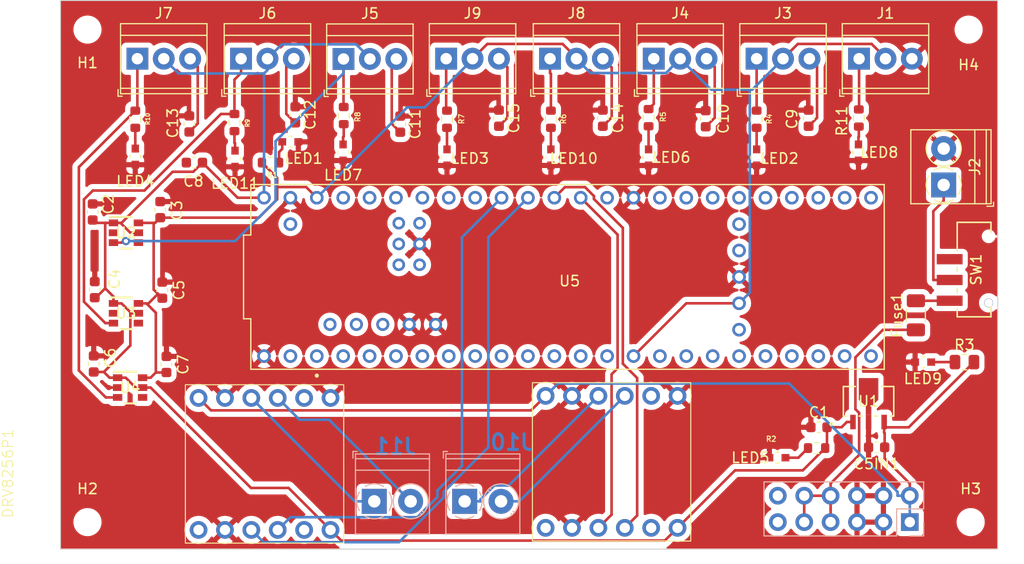
<source format=kicad_pcb>
(kicad_pcb (version 20221018) (generator pcbnew)
  (layers (0 "F.Cu" signal) (31 "B.Cu" signal) (34 "B.Paste" user) (35 "F.Paste" user) (36 "B.SilkS" user "B.Silkscreen") (37 "F.SilkS" user "F.Silkscreen") (38 "B.Mask" user) (39 "F.Mask" user) (44 "Edge.Cuts" user))
  (net 0 "")
  (net 1 "GND")
  (net 2 "+5V")
  (net 3 "+3.3V")
  (net 4 "+9V")
  (net 5 "Net-(J3-Pin_3)")
  (net 6 "Net-(J4-Pin_3)")
  (net 7 "Net-(J5-Pin_3)")
  (net 8 "Net-(J6-Pin_3)")
  (net 9 "Net-(J7-Pin_3)")
  (net 10 "Net-(J8-Pin_3)")
  (net 11 "Net-(J9-Pin_3)")
  (net 12 "+12V")
  (net 13 "Net-(Fuse1-Pad2)")
  (net 14 "SM")
  (net 15 "Net-(J2-Pad1)")
  (net 16 "LS1")
  (net 17 "LS2")
  (net 18 "IR5v1")
  (net 19 "IR5v2")
  (net 20 "IR5v3")
  (net 21 "LS3")
  (net 22 "LS4")
  (net 23 "RM1")
  (net 24 "RM2")
  (net 25 "LM1")
  (net 26 "LM2")
  (net 27 "Net-(LED1-Pad1)")
  (net 28 "Net-(LED2-Pad1)")
  (net 29 "Net-(LED3-Pad1)")
  (net 30 "Net-(LED4-Pad1)")
  (net 31 "Net-(LED5-Pad1)")
  (net 32 "Net-(LED6-Pad1)")
  (net 33 "Net-(LED7-Pad1)")
  (net 34 "Net-(LED8-Pad1)")
  (net 35 "Net-(LED9-Pad1)")
  (net 36 "Net-(LED10-Pad1)")
  (net 37 "Net-(LED11-Pad1)")
  (net 39 "IR3v1")
  (net 40 "IR3v2")
  (net 41 "IR3v3")
  (net 68 "RIN1")
  (net 69 "RIN2")
  (net 70 "LIN1")
  (net 71 "LIN2")
  (net 72 "Rfs")
  (net 73 "Rd1")
  (net 74 "Rd2")
  (net 75 "Lfs")
  (net 76 "Ld1")
  (net 77 "Ld2")
  (footprint "Resistor_SMD:R_0603_1608Metric" (layer "F.Cu") (at 169.4 42.825 90)
    (fp_text reference "R6")
    (fp_text value "68ohm")
  )
  (footprint "sn74 logic shifter:DBV0006A_L" (layer "F.Cu") (at 128.5 53.75)
    (fp_text reference "U2")
    (fp_text value "SN74LVC1T45DBVR")
  )
  (footprint "custom stuff:pololu drv8256p" (layer "F.Cu") (at 162.54 75.8 90)
    (fp_text reference "DRV8256P2" hide)
    (fp_text value "~")
  )
  (footprint "TerminalBlock_TE-Connectivity:TerminalBlock_TE_282834-3_1x03_P2.54mm_Horizontal" (layer "F.Cu") (at 139.58 37)
    (fp_text reference "J6")
    (fp_text value "Screw_Terminal_01x03")
  )
  (footprint "LTST_C191KRKT:LED_LTST-C191KRKT_LTO" (layer "F.Cu") (at 169.4 46.5 -90)
    (fp_text reference "LED10")
    (fp_text value "LTST-C191KRKT")
  )
  (footprint "LTST_C191KRKT:LED_LTST-C191KRKT_LTO" (layer "F.Cu") (at 199 46.0253 -90)
    (fp_text reference "LED8")
    (fp_text value "LTST-C191KRKT")
  )
  (footprint "Capacitor_SMD:C_0603_1608Metric" (layer "F.Cu") (at 125.5 59.225 -90)
    (fp_text reference "C4")
    (fp_text value "0.1uF")
  )
  (footprint "css1210tb slide switch:CSS-1210TB_NDC" (layer "F.Cu") (at 210.1271 57.2951 90)
    (fp_text reference "SW1")
    (fp_text value "CSS-1210TB")
  )
  (footprint "MountingHole:MountingHole_2.2mm_M2" (layer "F.Cu") (at 209.6 34.2)
    (fp_text reference "H4")
    (fp_text value "MountingHole")
  )
  (footprint "Resistor_SMD:R_0805_2012Metric" (layer "F.Cu") (at 209.2 66.2)
    (fp_text reference "R3")
    (fp_text value "350ohm")
  )
  (footprint "Capacitor_SMD:C_0603_1608Metric" (layer "F.Cu") (at 125.4 66.375 -90)
    (fp_text reference "C6")
    (fp_text value "0.1uF")
  )
  (footprint "LTST_C191KRKT:LED_LTST-C191KRKT_LTO" (layer "F.Cu") (at 159.4 46.5 -90)
    (fp_text reference "LED3")
    (fp_text value "LTST-C191KRKT")
  )
  (footprint "Capacitor_SMD:C_0603_1608Metric" (layer "F.Cu") (at 184.3 42.775 -90)
    (fp_text reference "C10")
    (fp_text value "0.1uF")
  )
  (footprint "TerminalBlock_TE-Connectivity:TerminalBlock_TE_282834-3_1x03_P2.54mm_Horizontal" (layer "F.Cu") (at 129.6 37)
    (fp_text reference "J7")
    (fp_text value "Screw_Terminal_01x03")
  )
  (footprint "Capacitor_SMD:C_0603_1608Metric" (layer "F.Cu") (at 164.4 42.725 -90)
    (fp_text reference "C15")
    (fp_text value "0.1uF")
  )
  (footprint "Capacitor_SMD:C_0603_1608Metric" (layer "F.Cu") (at 144.8 42.4 -90)
    (fp_text reference "C12")
    (fp_text value "0.1uF")
  )
  (footprint "TerminalBlock_TE-Connectivity:TerminalBlock_TE_282834-3_1x03_P2.54mm_Horizontal" (layer "F.Cu") (at 179.3 37)
    (fp_text reference "J4")
    (fp_text value "Screw_Terminal_01x03")
  )
  (footprint "MountingHole:MountingHole_2.2mm_M2" (layer "F.Cu") (at 124.8 34.2)
    (fp_text reference "H1")
    (fp_text value "MountingHole")
  )
  (footprint "Resistor_SMD:R_0603_1608Metric" (layer "F.Cu") (at 149.4616 42.4726 90)
    (fp_text reference "R8")
    (fp_text value "150ohm")
  )
  (footprint "Resistor_SMD:R_0603_1608Metric" (layer "F.Cu") (at 199.0348 42.7076 90)
    (fp_text reference "R11")
    (fp_text value "68ohm")
  )
  (footprint "Capacitor_SMD:C_0603_1608Metric" (layer "F.Cu") (at 125.3 51.75 -90)
    (fp_text reference "C2")
    (fp_text value "0.1uF")
  )
  (footprint "Capacitor_SMD:C_0603_1608Metric" (layer "F.Cu") (at 195.1965 72.4714)
    (fp_text reference "C1")
    (fp_text value "0.1uF")
  )
  (footprint "Resistor_SMD:R_0603_1608Metric" (layer "F.Cu") (at 138.9444 43.1476 90)
    (fp_text reference "R9")
    (fp_text value "150ohm")
  )
  (footprint "LTST_C191KRKT:LED_LTST-C191KRKT_LTO" (layer "F.Cu") (at 191.2 75.4 180)
    (fp_text reference "LED5")
    (fp_text value "LTST-C191KRKT")
  )
  (footprint "Capacitor_SMD:C_0603_1608Metric" (layer "F.Cu") (at 132.4 66.425 90)
    (fp_text reference "C7")
    (fp_text value "0.1uF")
  )
  (footprint "TerminalBlock_TE-Connectivity:TerminalBlock_TE_282834-3_1x03_P2.54mm_Horizontal" (layer "F.Cu") (at 169.32 37)
    (fp_text reference "J8")
    (fp_text value "Screw_Terminal_01x03")
  )
  (footprint "Capacitor_SMD:C_0603_1608Metric" (layer "F.Cu") (at 154.9 43.3003 -90)
    (fp_text reference "C11")
    (fp_text value "0.1uF")
  )
  (footprint "TerminalBlock_Phoenix:TerminalBlock_Phoenix_PT-1,5-2-3.5-H_1x02_P3.50mm_Horizontal" (layer "F.Cu") (at 207.2 49.15 90)
    (fp_text reference "J2")
    (fp_text value "Screw_Terminal_01x02")
  )
  (footprint "Capacitor_SMD:C_0603_1608Metric" (layer "F.Cu") (at 135.09 47 180)
    (fp_text reference "C8")
    (fp_text value "0.1uF")
  )
  (footprint "5vldo:SOT89_B8D_DIO" (layer "F.Cu") (at 199.9715 69.9714)
    (fp_text reference "U1")
    (fp_text value "AS78L05RTR-E1")
  )
  (footprint "Resistor_SMD:R_0603_1608Metric" (layer "F.Cu") (at 159.4 42.825 90)
    (fp_text reference "R7")
    (fp_text value "68ohm")
  )
  (footprint "Capacitor_SMD:C_0603_1608Metric" (layer "F.Cu") (at 134.6 43.275 -90)
    (fp_text reference "C13")
    (fp_text value "0.1uF")
  )
  (footprint "Capacitor_SMD:C_0603_1608Metric" (layer "F.Cu") (at 174.4 42.725 -90)
    (fp_text reference "C14")
    (fp_text value "0.1uF")
  )
  (footprint "sn74 logic shifter:DBV0006A_L" (layer "F.Cu") (at 128.5 61.5)
    (fp_text reference "U3")
    (fp_text value "SN74LVC1T45DBVR")
  )
  (footprint "Resistor_SMD:R_0603_1608Metric" (layer "F.Cu") (at 178.8 42.675 90)
    (fp_text reference "R5")
    (fp_text value "68ohm")
  )
  (footprint "sn74 logic shifter:DBV0006A_L" (layer "F.Cu") (at 128.9 68.65)
    (fp_text reference "U4")
    (fp_text value "SN74LVC1T45DBVR")
  )
  (footprint "Resistor_SMD:R_0603_1608Metric" (layer "F.Cu") (at 129.4 42.8256 90)
    (fp_text reference "R10")
    (fp_text value "150ohm")
  )
  (footprint "TerminalBlock_TE-Connectivity:TerminalBlock_TE_282834-3_1x03_P2.54mm_Horizontal" (layer "F.Cu") (at 189.2 37)
    (fp_text reference "J3")
    (fp_text value "Screw_Terminal_01x03")
  )
  (footprint "LTST_C191KRKT:LED_LTST-C191KRKT_LTO" (layer "F.Cu") (at 129.4 46.4253 -90)
    (fp_text reference "LED4")
    (fp_text value "LTST-C191KRKT")
  )
  (footprint "LTST_C191KRKT:LED_LTST-C191KRKT_LTO" (layer "F.Cu") (at 189.2 46.5 -90)
    (fp_text reference "LED2")
    (fp_text value "LTST-C191KRKT")
  )
  (footprint "MountingHole:MountingHole_2.2mm_M2" (layer "F.Cu") (at 209.8 81.6)
    (fp_text reference "H3")
    (fp_text value "MountingHole")
  )
  (footprint "Resistor_SMD:R_0603_1608Metric" (layer "F.Cu") (at 194.9715 74.4714)
    (fp_text reference "R2")
    (fp_text value "150ohm")
  )
  (footprint "TerminalBlock_TE-Connectivity:TerminalBlock_TE_282834-3_1x03_P2.54mm_Horizontal" (layer "F.Cu") (at 149.44 37.0253)
    (fp_text reference "J5")
    (fp_text value "Screw_Terminal_01x03")
  )
  (footprint "Capacitor_SMD:C_0603_1608Metric" (layer "F.Cu") (at 194.2 42.725 -90)
    (fp_text reference "C9")
    (fp_text value "0.1uF")
  )
  (footprint "TerminalBlock_TE-Connectivity:TerminalBlock_TE_282834-3_1x03_P2.54mm_Horizontal" (layer "F.Cu") (at 159.32 37)
    (fp_text reference "J9")
    (fp_text value "Screw_Terminal_01x03")
  )
  (footprint "Resistor_SMD:R_0603_1608Metric" (layer "F.Cu") (at 189.2 42.825 90)
    (fp_text reference "R4")
    (fp_text value "68ohm")
  )
  (footprint "Capacitor_SMD:C_0603_1608Metric" (layer "F.Cu") (at 200.7465 74.4 180)
    (fp_text reference "C5IN1")
    (fp_text value "0.33uF")
  )
  (footprint "DEV-16771:MODULE_DEV-16771" (layer "F.Cu") (at 171 58)
    (fp_text reference "U5")
    (fp_text value "DEV-16771")
  )
  (footprint "custom stuff:pololu drv8256p" (layer "F.Cu") (at 129.14 76 90)
    (fp_text reference "DRV8256P1")
    (fp_text value "~")
  )
  (footprint "Capacitor_SMD:C_0603_1608Metric" (layer "F.Cu") (at 132 59.275 90)
    (fp_text reference "C5")
    (fp_text value "0.1uF")
  )
  (footprint "LTST_C191KRKT:LED_LTST-C191KRKT_LTO" (layer "F.Cu") (at 149.4 46.0253 -90)
    (fp_text reference "LED7")
    (fp_text value "LTST-C191KRKT")
  )
  (footprint "LTST_C191KRKT:LED_LTST-C191KRKT_LTO" (layer "F.Cu") (at 144.3153 45)
    (fp_text reference "LED1")
    (fp_text value "LTST-C191KRKT")
  )
  (footprint "Fuse:Fuse_1206_3216Metric" (layer "F.Cu") (at 204.5271 61.6951 90)
    (fp_text reference "Fuse1")
    (fp_text value "12amps")
  )
  (footprint "LTST_C191KRKT:LED_LTST-C191KRKT_LTO" (layer "F.Cu") (at 205.2253 66.2 180)
    (fp_text reference "LED9")
    (fp_text value "LTST-C191KRKT")
  )
  (footprint "LTST_C191KRKT:LED_LTST-C191KRKT_LTO" (layer "F.Cu") (at 178.8 46.5 -90)
    (fp_text reference "LED6")
    (fp_text value "LTST-C191KRKT")
  )
  (footprint "LTST_C191KRKT:LED_LTST-C191KRKT_LTO" (layer "F.Cu") (at 139 46.6253 -90)
    (fp_text reference "LED11")
    (fp_text value "LTST-C191KRKT")
  )
  (footprint "Capacitor_SMD:C_0603_1608Metric" (layer "F.Cu") (at 131.8 51.525 90)
    (fp_text reference "C3")
    (fp_text value "0.1uF")
  )
  (footprint "Resistor_SMD:R_0603_1608Metric" (layer "F.Cu") (at 142.415 47 180)
    (fp_text reference "R1")
    (fp_text value "68ohm")
  )
  (footprint "TerminalBlock_TE-Connectivity:TerminalBlock_TE_282834-3_1x03_P2.54mm_Horizontal" (layer "F.Cu") (at 199.06 37)
    (fp_text reference "J1")
    (fp_text value "Screw_Terminal_01x03")
  )
  (footprint "MountingHole:MountingHole_2.2mm_M2" (layer "F.Cu") (at 124.8 81.6)
    (fp_text reference "H2")
    (fp_text value "MountingHole")
  )
  (footprint "TerminalBlock_Phoenix:TerminalBlock_Phoenix_PT-1,5-2-3.5-H_1x02_P3.50mm_Horizontal" (layer "B.Cu") (at 161.1 79.6)
    (fp_text reference "J10" hide)
    (fp_text value "Screw_Terminal_01x02" hide)
  )
  (footprint "TerminalBlock_Phoenix:TerminalBlock_Phoenix_PT-1,5-2-3.5-H_1x02_P3.50mm_Horizontal" (layer "B.Cu") (at 152.4 79.6)
    (fp_text reference "J11" hide)
    (fp_text value "Screw_Terminal_01x02" hide)
  )
  (footprint "Connector_PinHeader_2.54mm:PinHeader_2x06_P2.54mm_Vertical" (layer "B.Cu") (at 203.94 81.6 90)
    (fp_text reference "PowerRegulator1" hide)
    (fp_text value "~")
  )
  (gr_rect (start 122.2 31.4) (end 212.4 84.2) (stroke (width 0.1)) (fill none) (layer "Edge.Cuts"))
  (gr_text "J11" (at 156.6 75.2) (layer "B.Cu") (effects (font (size 1.5 1.5) (thickness 0.3) bold) (justify left bottom mirror)))
  (gr_text "J10" (at 167.8 74.8) (layer "B.Cu") (effects (font (size 1.5 1.5) (thickness 0.3) bold) (justify left bottom mirror)))
  (segment (start 127.3 52.8) (end 126.6365 52.8) (width 0.25) (layer "F.Cu") (net 2))
  (segment (start 128.9231 64.6) (end 128.9231 61.5) (width 0.25) (layer "F.Cu") (net 2))
  (segment (start 129.3231 68.5462) (end 129.3231 68.65) (width 0.25) (layer "F.Cu") (net 2))
  (segment (start 181.59 82.15) (end 187.1215 76.6185) (width 0.25) (layer "F.Cu") (net 2))
  (segment (start 134.9839 47.8811) (end 135.865 47) (width 0.25) (layer "F.Cu") (net 2))
  (segment (start 149.219 83.379) (end 180.361 83.379) (width 0.25) (layer "F.Cu") (net 2))
  (segment (start 128.4769 67.7) (end 129.3231 68.5462) (width 0.25) (layer "F.Cu") (net 2))
  (segment (start 128.9231 61.3962) (end 128.9231 61.5) (width 0.25) (layer "F.Cu") (net 2))
  (segment (start 197.3718 72.4714) (end 197.8779 71.9653) (width 0.25) (layer "F.Cu") (net 2))
  (segment (start 127.7 67.7) (end 126.9231 67.7) (width 0.25) (layer "F.Cu") (net 2))
  (segment (start 130.1 68.65) (end 130.8769 68.65) (width 0.25) (layer "F.Cu") (net 2))
  (segment (start 127.6885 52.8) (end 128.0769 52.8) (width 0.25) (layer "F.Cu") (net 2))
  (segment (start 128.0769 60.55) (end 128.9231 61.3962) (width 0.25) (layer "F.Cu") (net 2))
  (segment (start 195.9715 74.2964) (end 195.9715 72.4714) (width 0.25) (layer "F.Cu") (net 2))
  (segment (start 132.9958 47.8811) (end 134.9839 47.8811) (width 0.25) (layer "F.Cu") (net 2))
  (segment (start 125.6057 60) (end 125.5 60) (width 0.25) (layer "F.Cu") (net 2))
  (segment (start 140.5357 78.3088) (end 144.1488 78.3088) (width 0.25) (layer "F.Cu") (net 2))
  (segment (start 193.6494 76.6185) (end 195.7965 74.4714) (width 0.25) (layer "F.Cu") (net 2))
  (segment (start 128.9231 53.75) (end 128.0769 52.9038) (width 0.25) (layer "F.Cu") (net 2))
  (segment (start 139.245 50.38) (end 135.865 47) (width 0.25) (layer "F.Cu") (net 2))
  (segment (start 195.9715 72.4714) (end 197.3718 72.4714) (width 0.25) (layer "F.Cu") (net 2))
  (segment (start 128.0769 52.9038) (end 128.0769 52.8) (width 0.25) (layer "F.Cu") (net 2))
  (segment (start 180.361 83.379) (end 181.59 82.15) (width 0.25) (layer "F.Cu") (net 2))
  (segment (start 129.7 61.5) (end 128.9231 61.5) (width 0.25) (layer "F.Cu") (net 2))
  (segment (start 130.1 68.65) (end 129.3231 68.65) (width 0.25) (layer "F.Cu") (net 2))
  (segment (start 141.79 50.38) (end 139.245 50.38) (width 0.25) (layer "F.Cu") (net 2))
  (segment (start 127.3 52.8) (end 127.6885 52.8) (width 0.25) (layer "F.Cu") (net 2))
  (segment (start 127.3 60.55) (end 128.0769 60.55) (width 0.25) (layer "F.Cu") (net 2))
  (segment (start 144.1488 78.3088) (end 148.19 82.35) (width 0.25) (layer "F.Cu") (net 2))
  (segment (start 126.3731 67.15) (end 126.9231 67.7) (width 0.25) (layer "F.Cu") (net 2))
  (segment (start 126.3731 67.15) (end 128.9231 64.6) (width 0.25) (layer "F.Cu") (net 2))
  (segment (start 148.19 82.35) (end 149.219 83.379) (width 0.25) (layer "F.Cu") (net 2))
  (segment (start 125.4 67.15) (end 126.3731 67.15) (width 0.25) (layer "F.Cu") (net 2))
  (segment (start 187.1215 76.6185) (end 193.6494 76.6185) (width 0.25) (layer "F.Cu") (net 2))
  (segment (start 126.5038 59.1019) (end 127.3 59.8981) (width 0.25) (layer "F.Cu") (net 2))
  (segment (start 129.7 53.75) (end 128.9231 53.75) (width 0.25) (layer "F.Cu") (net 2))
  (segment (start 128.0769 52.8) (end 132.9958 47.8811) (width 0.25) (layer "F.Cu") (net 2))
  (segment (start 126.5038 52.8) (end 126.5038 59.1019) (width 0.25) (layer "F.Cu") (net 2))
  (segment (start 125.575 52.8) (end 125.3 52.525) (width 0.25) (layer "F.Cu") (net 2))
  (segment (start 198.4715 71.9653) (end 197.8779 71.9653) (width 0.25) (layer "F.Cu") (net 2))
  (segment (start 127.7 67.7) (end 128.4769 67.7) (width 0.25) (layer "F.Cu") (net 2))
  (segment (start 126.6365 52.8) (end 126.5038 52.8) (width 0.25) (layer "F.Cu") (net 2))
  (segment (start 130.8769 68.65) (end 140.5357 78.3088) (width 0.25) (layer "F.Cu") (net 2))
  (segment (start 127.3 60.55) (end 127.3 59.8981) (width 0.25) (layer "F.Cu") (net 2))
  (segment (start 126.5038 59.1019) (end 125.6057 60) (width 0.25) (layer "F.Cu") (net 2))
  (segment (start 195.7965 74.4714) (end 195.9715 74.2964) (width 0.25) (layer "F.Cu") (net 2))
  (segment (start 126.5038 52.8) (end 125.575 52.8) (width 0.25) (layer "F.Cu") (net 2))
  (segment (start 151.98 36.9419) (end 151.98 37.0253) (width 0.25) (layer "B.Cu") (net 2))
  (segment (start 141.79 38.4219) (end 133.5619 38.4219) (width 0.25) (layer "B.Cu") (net 2))
  (segment (start 142.12 37) (end 142.12 38.0919) (width 0.25) (layer "B.Cu") (net 2))
  (segment (start 141.79 38.4219) (end 141.79 50.38) (width 0.25) (layer "B.Cu") (net 2))
  (segment (start 142.12 37) (end 143.5018 35.6182) (width 0.25) (layer "B.Cu") (net 2))
  (segment (start 142.12 38.0919) (end 141.79 38.4219) (width 0.25) (layer "B.Cu") (net 2))
  (segment (start 133.5619 38.4219) (end 132.14 37) (width 0.25) (layer "B.Cu") (net 2))
  (segment (start 143.5018 35.6182) (end 150.6563 35.6182) (width 0.25) (layer "B.Cu") (net 2))
  (segment (start 150.6563 35.6182) (end 151.98 36.9419) (width 0.25) (layer "B.Cu") (net 2))
  (segment (start 143.06 49.3549) (end 143.06 48.47) (width 0.25) (layer "F.Cu") (net 3))
  (segment (start 131.5844 59.6344) (end 130.5729 60.6459) (width 0.25) (layer "F.Cu") (net 3))
  (segment (start 130.5729 60.6459) (end 131.3769 61.45) (width 0.25) (layer "F.Cu") (net 3))
  (segment (start 201.6 36.914) (end 200.264 35.578) (width 0.25) (layer "F.Cu") (net 3))
  (segment (start 182.43 60.54) (end 177.35 65.62) (width 0.25) (layer "F.Cu") (net 3))
  (segment (start 131.1688 59.2188) (end 131.5844 59.6344) (width 0.25) (layer "F.Cu") (net 3))
  (segment (start 130.4769 60.55) (end 130.5729 60.6459) (width 0.25) (layer "F.Cu") (net 3))
  (segment (start 131.3769 67.2) (end 130.8769 67.7) (width 0.25) (layer "F.Cu") (net 3))
  (segment (start 130.1 67.7) (end 130.8769 67.7) (width 0.25) (layer "F.Cu") (net 3))
  (segment (start 131.3 52.8) (end 131.1688 52.8) (width 0.25) (layer "F.Cu") (net 3))
  (segment (start 143.06 48.47) (end 141.59 47) (width 0.25) (layer "F.Cu") (net 3))
  (segment (start 187.51 60.54) (end 182.43 60.54) (width 0.25) (layer "F.Cu") (net 3))
  (segment (start 170.524 35.578) (end 163.282 35.578) (width 0.25) (layer "F.Cu") (net 3))
  (segment (start 131.5844 59.6344) (end 132 60.05) (width 0.25) (layer "F.Cu") (net 3))
  (segment (start 143.06 50.5351) (end 143.06 49.3549) (width 0.25) (layer "F.Cu") (net 3))
  (segment (start 131.1688 52.8) (end 129.7 52.8) (width 0.25) (layer "F.Cu") (net 3))
  (segment (start 193.162 35.578) (end 191.74 37) (width 0.25) (layer "F.Cu") (net 3))
  (segment (start 141.2951 52.3) (end 143.06 50.5351) (width 0.25) (layer "F.Cu") (net 3))
  (segment (start 131.1688 52.8) (end 131.1688 59.2188) (width 0.25) (layer "F.Cu") (net 3))
  (segment (start 145.8449 49.3549) (end 143.06 49.3549) (width 0.25) (layer "F.Cu") (net 3))
  (segment (start 171.86 36.914) (end 170.524 35.578) (width 0.25) (layer "F.Cu") (net 3))
  (segment (start 201.6 37) (end 201.6 36.914) (width 0.25) (layer "F.Cu") (net 3))
  (segment (start 163.282 35.578) (end 161.86 37) (width 0.25) (layer "F.Cu") (net 3))
  (segment (start 129.7 60.55) (end 130.4769 60.55) (width 0.25) (layer "F.Cu") (net 3))
  (segment (start 131.8 52.3) (end 131.3 52.8) (width 0.25) (layer "F.Cu") (net 3))
  (segment (start 200.264 35.578) (end 193.162 35.578) (width 0.25) (layer "F.Cu") (net 3))
  (segment (start 132.4 67.2) (end 131.3769 67.2) (width 0.25) (layer "F.Cu") (net 3))
  (segment (start 171.86 37) (end 171.86 36.914) (width 0.25) (layer "F.Cu") (net 3))
  (segment (start 146.87 50.38) (end 145.8449 49.3549) (width 0.25) (layer "F.Cu") (net 3))
  (segment (start 131.3769 61.45) (end 131.3769 67.2) (width 0.25) (layer "F.Cu") (net 3))
  (segment (start 131.8 52.3) (end 141.2951 52.3) (width 0.25) (layer "F.Cu") (net 3))
  (segment (start 188.5419 59.5081) (end 188.5419 39.9823) (width 0.25) (layer "B.Cu") (net 3))
  (segment (start 161.86 37.0733) (end 161.86 37) (width 0.25) (layer "B.Cu") (net 3))
  (segment (start 173.2146 38.3769) (end 180.4854 38.3769) (width 0.25) (layer "B.Cu") (net 3))
  (segment (start 187.51 60.54) (end 188.5419 59.5081) (width 0.25) (layer "B.Cu") (net 3))
  (segment (start 184.8223 39.9823) (end 188.5419 39.9823) (width 0.25) (layer "B.Cu") (net 3))
  (segment (start 180.9151 37.9472) (end 180.9151 37.9248) (width 0.25) (layer "B.Cu") (net 3))
  (segment (start 180.9151 37.9248) (end 180.9152 37.9248) (width 0.25) (layer "B.Cu") (net 3))
  (segment (start 188.78 39.9823) (end 191.74 37.0223) (width 0.25) (layer "B.Cu") (net 3))
  (segment (start 188.5419 39.9823) (end 188.78 39.9823) (width 0.25) (layer "B.Cu") (net 3))
  (segment (start 155.5668 41.6832) (end 157.2501 41.6832) (width 0.25) (layer "B.Cu") (net 3))
  (segment (start 157.2501 41.6832) (end 161.86 37.0733) (width 0.25) (layer "B.Cu") (net 3))
  (segment (start 180.4854 38.3769) (end 180.9151 37.9472) (width 0.25) (layer "B.Cu") (net 3))
  (segment (start 180.9152 37.9248) (end 181.84 37) (width 0.25) (layer "B.Cu") (net 3))
  (segment (start 191.74 37.0223) (end 191.74 37) (width 0.25) (layer "B.Cu") (net 3))
  (segment (start 146.87 50.38) (end 155.5668 41.6832) (width 0.25) (layer "B.Cu") (net 3))
  (segment (start 171.86 37) (end 171.86 37.0223) (width 0.25) (layer "B.Cu") (net 3))
  (segment (start 181.84 37) (end 184.8223 39.9823) (width 0.25) (layer "B.Cu") (net 3))
  (segment (start 171.86 37.0223) (end 173.2146 38.3769) (width 0.25) (layer "B.Cu") (net 3))
  (segment (start 203.94 79.06) (end 203.94 77.8831) (width 0.25) (layer "F.Cu") (net 4))
  (segment (start 203.94 77.8831) (end 201.5215 75.4646) (width 0.25) (layer "F.Cu") (net 4))
  (segment (start 201.4715 72.478) (end 201.4715 72.9907) (width 0.25) (layer "F.Cu") (net 4))
  (segment (start 168.89 69.45) (end 167.4952 70.8448) (width 0.25) (layer "F.Cu") (net 4))
  (segment (start 201.5215 73.0407) (end 201.4715 72.9907) (width 0.25) (layer "F.Cu") (net 4))
  (segment (start 167.4952 70.8448) (end 136.6848 70.8448) (width 0.25) (layer "F.Cu") (net 4))
  (segment (start 201.4715 71.9653) (end 201.4715 72.478) (width 0.25) (layer "F.Cu") (net 4))
  (segment (start 201.5215 74.4) (end 201.5215 73.0407) (width 0.25) (layer "F.Cu") (net 4))
  (segment (start 203.8345 72.478) (end 201.4715 72.478) (width 0.25) (layer "F.Cu") (net 4))
  (segment (start 201.5215 75.4646) (end 201.5215 74.4) (width 0.25) (layer "F.Cu") (net 4))
  (segment (start 210.1125 66.2) (end 203.8345 72.478) (width 0.25) (layer "F.Cu") (net 4))
  (segment (start 136.6848 70.8448) (end 135.49 69.65) (width 0.25) (layer "F.Cu") (net 4))
  (segment (start 170.0823 68.2577) (end 168.89 69.45) (width 0.25) (layer "B.Cu") (net 4))
  (segment (start 202.7631 79.06) (end 202.7631 78.6922) (width 0.25) (layer "B.Cu") (net 4))
  (segment (start 192.3286 68.2577) (end 170.0823 68.2577) (width 0.25) (layer "B.Cu") (net 4))
  (segment (start 203.94 81.6) (end 203.94 79.06) (width 0.25) (layer "B.Cu") (net 4))
  (segment (start 203.94 79.06) (end 202.7631 79.06) (width 0.25) (layer "B.Cu") (net 4))
  (segment (start 202.7631 78.6922) (end 192.3286 68.2577) (width 0.25) (layer "B.Cu") (net 4))
  (segment (start 195.0157 42.6843) (end 195.0157 37.7357) (width 0.25) (layer "F.Cu") (net 5))
  (segment (start 195.0157 37.7357) (end 194.28 37) (width 0.25) (layer "F.Cu") (net 5))
  (segment (start 194.2 43.5) (end 195.0157 42.6843) (width 0.25) (layer "F.Cu") (net 5))
  (segment (start 185.1663 37.7863) (end 184.38 37) (width 0.25) (layer "F.Cu") (net 6))
  (segment (start 185.1663 42.6837) (end 185.1663 37.7863) (width 0.25) (layer "F.Cu") (net 6))
  (segment (start 184.3 43.55) (end 185.1663 42.6837) (width 0.25) (layer "F.Cu") (net 6))
  (segment (start 154.0833 43.2586) (end 154.0833 37.462) (width 0.25) (layer "F.Cu") (net 7))
  (segment (start 154.9 44.0753) (end 154.0833 43.2586) (width 0.25) (layer "F.Cu") (net 7))
  (segment (start 154.0833 37.462) (end 154.52 37.0253) (width 0.25) (layer "F.Cu") (net 7))
  (segment (start 143.9321 37.7279) (end 144.66 37) (width 0.25) (layer "F.Cu") (net 8))
  (segment (start 143.9321 42.3071) (end 143.9321 37.7279) (width 0.25) (layer "F.Cu") (net 8))
  (segment (start 144.8 43.175) (end 143.9321 42.3071) (width 0.25) (layer "F.Cu") (net 8))
  (segment (start 135.4113 37.7313) (end 134.68 37) (width 0.25) (layer "F.Cu") (net 9))
  (segment (start 135.4113 43.2387) (end 135.4113 37.7313) (width 0.25) (layer "F.Cu") (net 9))
  (segment (start 134.6 44.05) (end 135.4113 43.2387) (width 0.25) (layer "F.Cu") (net 9))
  (segment (start 174.4 43.5) (end 175.2505 42.6495) (width 0.25) (layer "F.Cu") (net 10))
  (segment (start 175.2505 42.6495) (end 175.2505 37.8505) (width 0.25) (layer "F.Cu") (net 10))
  (segment (start 175.2505 37.8505) (end 174.4 37) (width 0.25) (layer "F.Cu") (net 10))
  (segment (start 165.2101 37.8101) (end 164.4 37) (width 0.25) (layer "F.Cu") (net 11))
  (segment (start 165.2101 42.6899) (end 165.2101 37.8101) (width 0.25) (layer "F.Cu") (net 11))
  (segment (start 164.4 43.5) (end 165.2101 42.6899) (width 0.25) (layer "F.Cu") (net 11))
  (segment (start 199.0651 71.08672) (end 198.7067 70.72832) (width 0.25) (layer "F.Cu") (net 12))
  (segment (start 196.32 79.06) (end 196.32 77.8831) (width 0.25) (layer "F.Cu") (net 12))
  (segment (start 196.32 81.6) (end 196.32 80.4231) (width 0.25) (layer "F.Cu") (net 12))
  (segment (start 201.350384 63.0951) (end 204.5271 63.0951) (width 0.25) (layer "F.Cu") (net 12))
  (segment (start 193.78 79.06) (end 193.78 80.4231) (width 0.25) (layer "F.Cu") (net 12))
  (segment (start 193.78 81.6) (end 193.78 80.4231) (width 0.25) (layer "F.Cu") (net 12))
  (segment (start 198.7067 65.738784) (end 201.350384 63.0951) (width 0.25) (layer "F.Cu") (net 12))
  (segment (start 193.78 79.06) (end 196.32 79.06) (width 0.25) (layer "F.Cu") (net 12))
  (segment (start 198.7067 70.72832) (end 198.7067 65.738784) (width 0.25) (layer "F.Cu") (net 12))
  (segment (start 196.32 77.8831) (end 199.0651 75.138) (width 0.25) (layer "F.Cu") (net 12))
  (segment (start 199.0651 75.138) (end 199.0651 71.08672) (width 0.25) (layer "F.Cu") (net 12))
  (segment (start 196.32 80.4231) (end 196.32 79.06) (width 0.25) (layer "F.Cu") (net 12))
  (segment (start 204.5271 60.2951) (end 206.2057 60.2951) (width 0.25) (layer "F.Cu") (net 13))
  (segment (start 206.2057 60.2951) (end 206.2061 60.2955) (width 0.25) (layer "F.Cu") (net 13))
  (segment (start 207.7776 60.2955) (end 206.2061 60.2955) (width 0.25) (layer "F.Cu") (net 13))
  (segment (start 199.06 41.8574) (end 199.0348 41.8826) (width 0.25) (layer "F.Cu") (net 14))
  (segment (start 199.06 37) (end 199.06 41.8574) (width 0.25) (layer "F.Cu") (net 14))
  (segment (start 206.2061 51.6708) (end 206.2061 58.2952) (width 0.25) (layer "F.Cu") (net 15))
  (segment (start 207.7776 58.2952) (end 206.2061 58.2952) (width 0.25) (layer "F.Cu") (net 15))
  (segment (start 207.2 50.6769) (end 206.2061 51.6708) (width 0.25) (layer "F.Cu") (net 15))
  (segment (start 207.2 49.15) (end 207.2 50.6769) (width 0.25) (layer "F.Cu") (net 15))
  (segment (start 189.2 37) (end 189.2 42) (width 0.25) (layer "F.Cu") (net 16))
  (segment (start 179.3 37) (end 179.3 41.35) (width 0.25) (layer "F.Cu") (net 17))
  (segment (start 179.3 41.35) (end 178.8 41.85) (width 0.25) (layer "F.Cu") (net 17))
  (segment (start 127.3 54.7) (end 128.0769 54.7) (width 0.25) (layer "F.Cu") (net 18))
  (segment (start 128.5 54.55) (end 128.2269 54.55) (width 0.25) (layer "F.Cu") (net 18))
  (segment (start 149.44 37.0253) (end 149.44 41.626) (width 0.25) (layer "F.Cu") (net 18))
  (segment (start 128.2269 54.55) (end 128.0769 54.7) (width 0.25) (layer "F.Cu") (net 18))
  (segment (start 149.44 41.626) (end 149.4616 41.6476) (width 0.25) (layer "F.Cu") (net 18))
  (via (at 128.5 54.55) (size 0.8) (drill 0.4) (layers "F.Cu" "B.Cu") (net 18))
  (segment (start 139.0184 54.55) (end 128.5 54.55) (width 0.25) (layer "B.Cu") (net 18))
  (segment (start 149.44 38.4022) (end 142.9007 44.9415) (width 0.25) (layer "B.Cu") (net 18))
  (segment (start 149.44 37.0253) (end 149.44 38.4022) (width 0.25) (layer "B.Cu") (net 18))
  (segment (start 142.9007 44.9415) (end 142.9007 50.6677) (width 0.25) (layer "B.Cu") (net 18))
  (segment (start 142.9007 50.6677) (end 139.0184 54.55) (width 0.25) (layer "B.Cu") (net 18))
  (segment (start 137.6447 42.3226) (end 138.9444 42.3226) (width 0.25) (layer "F.Cu") (net 19))
  (segment (start 126.5231 62.45) (end 124.4599 60.3868) (width 0.25) (layer "F.Cu") (net 19))
  (segment (start 139.58 38.3769) (end 138.9444 39.0125) (width 0.25) (layer "F.Cu") (net 19))
  (segment (start 124.4599 50.5446) (end 125.3162 49.6883) (width 0.25) (layer "F.Cu") (net 19))
  (segment (start 127.3 62.45) (end 126.5231 62.45) (width 0.25) (layer "F.Cu") (net 19))
  (segment (start 130.279 49.6883) (end 137.6447 42.3226) (width 0.25) (layer "F.Cu") (net 19))
  (segment (start 138.9444 39.0125) (end 138.9444 42.3226) (width 0.25) (layer "F.Cu") (net 19))
  (segment (start 139.58 37) (end 139.58 38.3769) (width 0.25) (layer "F.Cu") (net 19))
  (segment (start 125.3162 49.6883) (end 130.279 49.6883) (width 0.25) (layer "F.Cu") (net 19))
  (segment (start 124.4599 60.3868) (end 124.4599 50.5446) (width 0.25) (layer "F.Cu") (net 19))
  (segment (start 123.9704 67.0065) (end 126.5639 69.6) (width 0.25) (layer "F.Cu") (net 20))
  (segment (start 129.4 42.0006) (end 123.9704 47.4302) (width 0.25) (layer "F.Cu") (net 20))
  (segment (start 126.5639 69.6) (end 127.7 69.6) (width 0.25) (layer "F.Cu") (net 20))
  (segment (start 123.9704 47.4302) (end 123.9704 67.0065) (width 0.25) (layer "F.Cu") (net 20))
  (segment (start 129.6 37) (end 129.6 41.8006) (width 0.25) (layer "F.Cu") (net 20))
  (segment (start 129.6 41.8006) (end 129.4 42.0006) (width 0.25) (layer "F.Cu") (net 20))
  (segment (start 169.4 38.4569) (end 169.4 42) (width 0.25) (layer "F.Cu") (net 21))
  (segment (start 169.32 37) (end 169.32 38.3769) (width 0.25) (layer "F.Cu") (net 21))
  (segment (start 169.32 38.3769) (end 169.4 38.4569) (width 0.25) (layer "F.Cu") (net 21))
  (segment (start 159.32 41.92) (end 159.4 42) (width 0.25) (layer "F.Cu") (net 22))
  (segment (start 159.32 37) (end 159.32 41.92) (width 0.25) (layer "F.Cu") (net 22))
  (segment (start 162.6269 79.409) (end 163.9628 78.0731) (width 0.25) (layer "B.Cu") (net 23))
  (segment (start 162.6269 79.6) (end 162.6269 79.409) (width 0.25) (layer "B.Cu") (net 23))
  (segment (start 163.9628 78.0731) (end 165.3469 78.0731) (width 0.25) (layer "B.Cu") (net 23))
  (segment (start 161.1 79.6) (end 162.6269 79.6) (width 0.25) (layer "B.Cu") (net 23))
  (segment (start 165.3469 78.0731) (end 173.97 69.45) (width 0.25) (layer "B.Cu") (net 23))
  (segment (start 166.36 79.6) (end 176.51 69.45) (width 0.25) (layer "B.Cu") (net 24))
  (segment (start 164.6 79.6) (end 166.36 79.6) (width 0.25) (layer "B.Cu") (net 24))
  (segment (start 152.4 79.6) (end 150.52 79.6) (width 0.25) (layer "B.Cu") (net 25))
  (segment (start 150.52 79.6) (end 140.57 69.65) (width 0.25) (layer "B.Cu") (net 25))
  (segment (start 148.0525 71.7525) (end 145.2125 71.7525) (width 0.25) (layer "B.Cu") (net 26))
  (segment (start 145.2125 71.7525) (end 143.11 69.65) (width 0.25) (layer "B.Cu") (net 26))
  (segment (start 155.9 79.6) (end 148.0525 71.7525) (width 0.25) (layer "B.Cu") (net 26))
  (segment (start 143.24 45.9831) (end 143.24 47) (width 0.25) (layer "F.Cu") (net 27))
  (segment (start 143.5406 45.6825) (end 143.24 45.9831) (width 0.25) (layer "F.Cu") (net 27))
  (segment (start 143.5406 45) (end 143.5406 45.6825) (width 0.25) (layer "F.Cu") (net 27))
  (segment (start 189.2 45.7253) (end 189.2 43.65) (width 0.25) (layer "F.Cu") (net 28))
  (segment (start 159.4 45.7253) (end 159.4 43.65) (width 0.25) (layer "F.Cu") (net 29))
  (segment (start 129.4 45.6506) (end 129.4 43.6506) (width 0.25) (layer "F.Cu") (net 30))
  (segment (start 191.9747 75.4) (end 193.2179 75.4) (width 0.25) (layer "F.Cu") (net 31))
  (segment (start 193.2179 75.4) (end 194.1465 74.4714) (width 0.25) (layer "F.Cu") (net 31))
  (segment (start 178.8 45.7253) (end 178.8 43.5) (width 0.25) (layer "F.Cu") (net 32))
  (segment (start 149.4 44.5427) (end 149.4616 44.4811) (width 0.25) (layer "F.Cu") (net 33))
  (segment (start 149.4 45.2506) (end 149.4 44.5427) (width 0.25) (layer "F.Cu") (net 33))
  (segment (start 149.4616 44.4811) (end 149.4616 43.2976) (width 0.25) (layer "F.Cu") (net 33))
  (segment (start 199 44.5427) (end 199.0348 44.5079) (width 0.25) (layer "F.Cu") (net 34))
  (segment (start 199 45.2506) (end 199 44.5427) (width 0.25) (layer "F.Cu") (net 34))
  (segment (start 199.0348 44.5079) (end 199.0348 43.5326) (width 0.25) (layer "F.Cu") (net 34))
  (segment (start 206 66.2) (end 208.2875 66.2) (width 0.25) (layer "F.Cu") (net 35))
  (segment (start 169.4 45.7253) (end 169.4 43.65) (width 0.25) (layer "F.Cu") (net 36))
  (segment (start 139 45.8506) (end 139 45.1427) (width 0.25) (layer "F.Cu") (net 37))
  (segment (start 138.9444 45.0871) (end 138.9444 43.9726) (width 0.25) (layer "F.Cu") (net 37))
  (segment (start 139 45.1427) (end 138.9444 45.0871) (width 0.25) (layer "F.Cu") (net 37))
  (segment (start 175.24 67.368) (end 175.24 80.88) (width 0.25) (layer "F.Cu") (net 68))
  (segment (start 175.8198 53.9298) (end 175.8198 66.7882) (width 0.25) (layer "F.Cu") (net 68))
  (segment (start 172.27 50.38) (end 175.8198 53.9298) (width 0.25) (layer "F.Cu") (net 68))
  (segment (start 175.24 80.88) (end 173.97 82.15) (width 0.25) (layer "F.Cu") (net 68))
  (segment (start 175.8198 66.7882) (end 175.24 67.368) (width 0.25) (layer "F.Cu") (net 68))
  (segment (start 173.54 50.5031) (end 176.3204 53.2835) (width 0.25) (layer "F.Cu") (net 69))
  (segment (start 172.6851 49.3626) (end 173.54 50.2175) (width 0.25) (layer "F.Cu") (net 69))
  (segment (start 169.73 50.38) (end 170.7474 49.3626) (width 0.25) (layer "F.Cu") (net 69))
  (segment (start 170.7474 49.3626) (end 172.6851 49.3626) (width 0.25) (layer "F.Cu") (net 69))
  (segment (start 176.3204 53.2835) (end 176.3204 66.3502) (width 0.25) (layer "F.Cu") (net 69))
  (segment (start 173.54 50.2175) (end 173.54 50.5031) (width 0.25) (layer "F.Cu") (net 69))
  (segment (start 176.3204 66.3502) (end 177.7006 67.7304) (width 0.25) (layer "F.Cu") (net 69))
  (segment (start 177.7006 67.7304) (end 177.7006 80.9594) (width 0.25) (layer "F.Cu") (net 69))
  (segment (start 177.7006 80.9594) (end 176.51 82.15) (width 0.25) (layer "F.Cu") (net 69))
  (segment (start 141.749 83.529) (end 140.57 82.35) (width 0.25) (layer "B.Cu") (net 70))
  (segment (start 163.38 54.19) (end 163.38 74.3991) (width 0.25) (layer "B.Cu") (net 70))
  (segment (start 159.0878 78.6913) (end 159.0878 79.2233) (width 0.25) (layer "B.Cu") (net 70))
  (segment (start 163.38 74.3991) (end 159.0878 78.6913) (width 0.25) (layer "B.Cu") (net 70))
  (segment (start 167.19 50.38) (end 163.38 54.19) (width 0.25) (layer "B.Cu") (net 70))
  (segment (start 154.7821 83.529) (end 141.749 83.529) (width 0.25) (layer "B.Cu") (net 70))
  (segment (start 159.0878 79.2233) (end 154.7821 83.529) (width 0.25) (layer "B.Cu") (net 70))
  (segment (start 156.5397 81.1269) (end 144.3331 81.1269) (width 0.25) (layer "B.Cu") (net 71))
  (segment (start 158.4766 78.5509) (end 158.4766 79.19) (width 0.25) (layer "B.Cu") (net 71))
  (segment (start 164.65 50.38) (end 160.84 54.19) (width 0.25) (layer "B.Cu") (net 71))
  (segment (start 144.3331 81.1269) (end 143.11 82.35) (width 0.25) (layer "B.Cu") (net 71))
  (segment (start 160.84 54.19) (end 160.84 76.1875) (width 0.25) (layer "B.Cu") (net 71))
  (segment (start 158.4766 79.19) (end 156.5397 81.1269) (width 0.25) (layer "B.Cu") (net 71))
  (segment (start 160.84 76.1875) (end 158.4766 78.5509) (width 0.25) (layer "B.Cu") (net 71))
  (zone (net 1) (net_name "GND") (layer "F.Cu") (connect_pads (clearance 0.5)) (min_thickness 0.25) (fill yes (thermal_gap 0.5) (thermal_bridge_width 0.5))
    (polygon (pts (xy 122.2 31.4) (xy 122.2 84.2) (xy 212.4 84.2) (xy 212.4 31.4)))
  )
)
</source>
